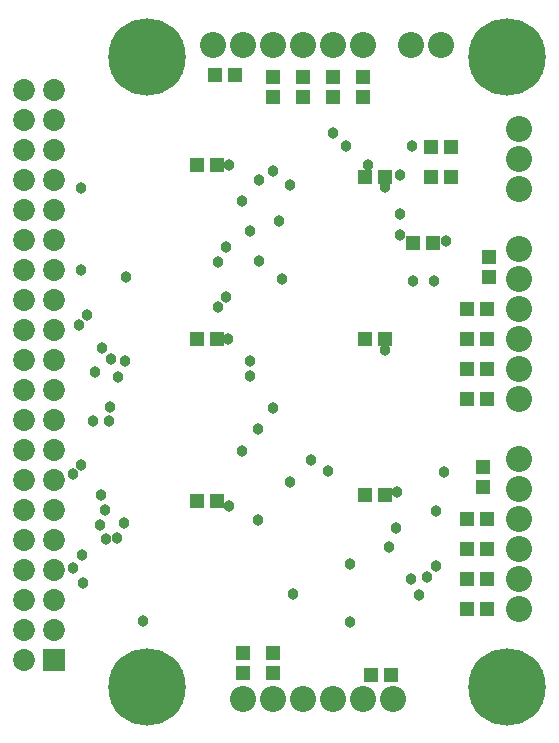
<source format=gbs>
%FSAX24Y24*%
%MOIN*%
G70*
G01*
G75*
G04 Layer_Color=16711935*
%ADD10R,0.0512X0.0591*%
%ADD11R,0.0866X0.0335*%
%ADD12O,0.0866X0.0236*%
%ADD13C,0.0100*%
%ADD14C,0.0150*%
%ADD15C,0.2500*%
%ADD16C,0.0787*%
%ADD17C,0.0650*%
%ADD18R,0.0650X0.0650*%
%ADD19C,0.0300*%
%ADD20R,0.0394X0.0433*%
%ADD21R,0.0433X0.0394*%
%ADD22C,0.0098*%
%ADD23C,0.0079*%
%ADD24C,0.0059*%
%ADD25R,0.0748X0.1614*%
%ADD26R,0.1600X0.4775*%
%ADD27R,0.0592X0.0671*%
%ADD28R,0.0946X0.0415*%
%ADD29O,0.0946X0.0316*%
%ADD30C,0.2580*%
%ADD31C,0.0867*%
%ADD32C,0.0730*%
%ADD33R,0.0730X0.0730*%
%ADD34C,0.0380*%
%ADD35R,0.0474X0.0513*%
%ADD36R,0.0513X0.0474*%
D30*
X016000Y033000D02*
D03*
Y012000D02*
D03*
X028000D02*
D03*
Y033000D02*
D03*
D31*
X028400Y019600D02*
D03*
Y018600D02*
D03*
Y017600D02*
D03*
Y016600D02*
D03*
Y015600D02*
D03*
Y014600D02*
D03*
X018200Y033400D02*
D03*
X019200D02*
D03*
X020200D02*
D03*
X021200D02*
D03*
X022200D02*
D03*
X023200D02*
D03*
X024200Y011600D02*
D03*
X023200D02*
D03*
X022200D02*
D03*
X021200D02*
D03*
X020200D02*
D03*
X019200D02*
D03*
X028400Y021600D02*
D03*
Y022600D02*
D03*
Y023600D02*
D03*
Y024600D02*
D03*
Y025600D02*
D03*
Y026600D02*
D03*
Y030600D02*
D03*
Y029600D02*
D03*
Y028600D02*
D03*
X024800Y033400D02*
D03*
X025800D02*
D03*
D32*
X011900Y031900D02*
D03*
X012900D02*
D03*
X011900Y030900D02*
D03*
X012900D02*
D03*
X011900Y029900D02*
D03*
X012900D02*
D03*
X011900Y028900D02*
D03*
X012900D02*
D03*
X011900Y027900D02*
D03*
X012900D02*
D03*
X011900Y026900D02*
D03*
X012900D02*
D03*
X011900Y025900D02*
D03*
X012900D02*
D03*
X011900Y024900D02*
D03*
X012900D02*
D03*
X011900Y023900D02*
D03*
X012900D02*
D03*
X011900Y022900D02*
D03*
X012900D02*
D03*
X011900Y021900D02*
D03*
X012900D02*
D03*
X011900Y020900D02*
D03*
X012900D02*
D03*
X011900Y019900D02*
D03*
X012900D02*
D03*
X011900Y018900D02*
D03*
X012900D02*
D03*
X011900Y017900D02*
D03*
X012900D02*
D03*
X011900Y016900D02*
D03*
X012900D02*
D03*
X011900Y015900D02*
D03*
X012900D02*
D03*
X011900Y014900D02*
D03*
X012900D02*
D03*
X011900Y013900D02*
D03*
X012900D02*
D03*
X011900Y012900D02*
D03*
D33*
X012900D02*
D03*
D34*
X025880Y019140D02*
D03*
X025620Y016020D02*
D03*
X020770Y018820D02*
D03*
X024280Y017300D02*
D03*
X024070Y016660D02*
D03*
X025060Y015060D02*
D03*
X020850Y015100D02*
D03*
X023350Y029400D02*
D03*
X024409Y029059D02*
D03*
X020500Y025600D02*
D03*
X015300Y025650D02*
D03*
X015855Y014195D02*
D03*
X021455Y019555D02*
D03*
X018730Y018030D02*
D03*
X018700Y023600D02*
D03*
X018710Y029380D02*
D03*
X024409Y027039D02*
D03*
Y027769D02*
D03*
X024340Y018480D02*
D03*
X023910Y023230D02*
D03*
X023935Y028655D02*
D03*
X024826Y030015D02*
D03*
X024865Y025535D02*
D03*
X025574Y025536D02*
D03*
X025950Y026840D02*
D03*
X020200Y029180D02*
D03*
X020390Y027510D02*
D03*
X022630Y030030D02*
D03*
X022190Y030470D02*
D03*
X022040Y019190D02*
D03*
X020770Y028730D02*
D03*
X025610Y017850D02*
D03*
X025330Y015670D02*
D03*
X024780Y015600D02*
D03*
X020200Y021300D02*
D03*
X019440Y022350D02*
D03*
X019740Y026200D02*
D03*
Y028900D02*
D03*
X018630Y026660D02*
D03*
Y024980D02*
D03*
X018360Y026160D02*
D03*
Y024670D02*
D03*
X019420Y027200D02*
D03*
Y022850D02*
D03*
X022770Y016080D02*
D03*
Y014160D02*
D03*
X019150Y028180D02*
D03*
Y019850D02*
D03*
X019700Y017560D02*
D03*
Y020600D02*
D03*
X013780Y028630D02*
D03*
Y025900D02*
D03*
X014480Y023280D02*
D03*
X014790Y022910D02*
D03*
X013980Y024400D02*
D03*
X013710Y024040D02*
D03*
X013780Y019390D02*
D03*
X013520Y019080D02*
D03*
X014180Y020860D02*
D03*
X014270Y022500D02*
D03*
X014750Y021330D02*
D03*
X014450Y018390D02*
D03*
X014730Y020860D02*
D03*
X014575Y017900D02*
D03*
X015010Y022320D02*
D03*
X014432Y017390D02*
D03*
X015270Y022860D02*
D03*
X014621Y016920D02*
D03*
X013840Y016400D02*
D03*
X013520Y015950D02*
D03*
X013850Y015450D02*
D03*
X014980Y016940D02*
D03*
X015240Y017440D02*
D03*
D35*
X027200Y018665D02*
D03*
Y019335D02*
D03*
X020200Y012465D02*
D03*
Y013135D02*
D03*
X019200Y012465D02*
D03*
Y013135D02*
D03*
X023200Y032335D02*
D03*
Y031665D02*
D03*
X022200Y032335D02*
D03*
Y031665D02*
D03*
X021200Y032335D02*
D03*
Y031665D02*
D03*
X020200Y032335D02*
D03*
Y031665D02*
D03*
X027400Y026335D02*
D03*
Y025665D02*
D03*
D36*
X023935Y018400D02*
D03*
X023265D02*
D03*
X018335Y018200D02*
D03*
X017665D02*
D03*
X018335Y023600D02*
D03*
X017665D02*
D03*
X018335Y029400D02*
D03*
X017665D02*
D03*
X023935Y023600D02*
D03*
X023265D02*
D03*
X023935Y029000D02*
D03*
X023265D02*
D03*
X026135Y030000D02*
D03*
X025465D02*
D03*
X027335Y014600D02*
D03*
X026665D02*
D03*
X027335Y015600D02*
D03*
X026665D02*
D03*
X027335Y016600D02*
D03*
X026665D02*
D03*
X027335Y017600D02*
D03*
X026665D02*
D03*
X027335Y021600D02*
D03*
X026665D02*
D03*
X027335Y022600D02*
D03*
X026665D02*
D03*
X027335Y023600D02*
D03*
X026665D02*
D03*
X027335Y024600D02*
D03*
X026665D02*
D03*
X025535Y026800D02*
D03*
X024865D02*
D03*
X026135Y029000D02*
D03*
X025465D02*
D03*
X018935Y032400D02*
D03*
X018265D02*
D03*
X023465Y012400D02*
D03*
X024135D02*
D03*
M02*

</source>
